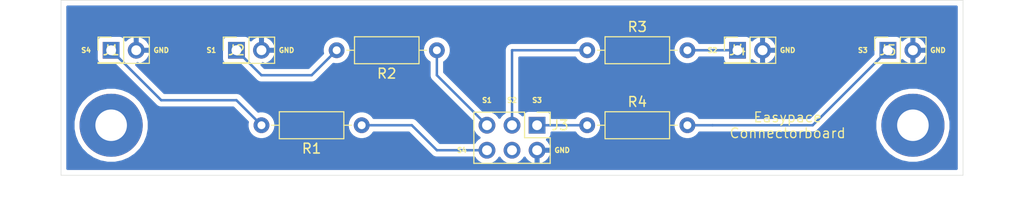
<source format=kicad_pcb>
(kicad_pcb (version 20171130) (host pcbnew "(5.1.7)-1")

  (general
    (thickness 1.6)
    (drawings 18)
    (tracks 18)
    (zones 0)
    (modules 11)
    (nets 11)
  )

  (page A4)
  (layers
    (0 F.Cu signal)
    (31 B.Cu signal)
    (32 B.Adhes user)
    (33 F.Adhes user)
    (34 B.Paste user)
    (35 F.Paste user)
    (36 B.SilkS user)
    (37 F.SilkS user)
    (38 B.Mask user)
    (39 F.Mask user)
    (40 Dwgs.User user)
    (41 Cmts.User user)
    (42 Eco1.User user)
    (43 Eco2.User user)
    (44 Edge.Cuts user)
    (45 Margin user)
    (46 B.CrtYd user)
    (47 F.CrtYd user)
    (48 B.Fab user)
    (49 F.Fab user)
  )

  (setup
    (last_trace_width 0.25)
    (trace_clearance 0.2)
    (zone_clearance 0.508)
    (zone_45_only no)
    (trace_min 0.2)
    (via_size 0.8)
    (via_drill 0.4)
    (via_min_size 0.4)
    (via_min_drill 0.3)
    (uvia_size 0.3)
    (uvia_drill 0.1)
    (uvias_allowed no)
    (uvia_min_size 0.2)
    (uvia_min_drill 0.1)
    (edge_width 0.05)
    (segment_width 0.2)
    (pcb_text_width 0.3)
    (pcb_text_size 1.5 1.5)
    (mod_edge_width 0.12)
    (mod_text_size 1 1)
    (mod_text_width 0.15)
    (pad_size 1.524 1.524)
    (pad_drill 0.762)
    (pad_to_mask_clearance 0)
    (aux_axis_origin 0 0)
    (visible_elements 7FFFFFFF)
    (pcbplotparams
      (layerselection 0x010fc_ffffffff)
      (usegerberextensions false)
      (usegerberattributes true)
      (usegerberadvancedattributes true)
      (creategerberjobfile true)
      (excludeedgelayer true)
      (linewidth 0.100000)
      (plotframeref false)
      (viasonmask false)
      (mode 1)
      (useauxorigin false)
      (hpglpennumber 1)
      (hpglpenspeed 20)
      (hpglpendiameter 15.000000)
      (psnegative false)
      (psa4output false)
      (plotreference true)
      (plotvalue true)
      (plotinvisibletext false)
      (padsonsilk false)
      (subtractmaskfromsilk false)
      (outputformat 1)
      (mirror false)
      (drillshape 1)
      (scaleselection 1)
      (outputdirectory ""))
  )

  (net 0 "")
  (net 1 "Net-(J1-Pad1)")
  (net 2 GND)
  (net 3 "Net-(J2-Pad1)")
  (net 4 "Net-(J3-Pad1)")
  (net 5 "Net-(J3-Pad3)")
  (net 6 "Net-(J3-Pad4)")
  (net 7 "Net-(J3-Pad5)")
  (net 8 "Net-(J3-Pad6)")
  (net 9 "Net-(J4-Pad1)")
  (net 10 "Net-(J5-Pad1)")

  (net_class Default "This is the default net class."
    (clearance 0.2)
    (trace_width 0.25)
    (via_dia 0.8)
    (via_drill 0.4)
    (uvia_dia 0.3)
    (uvia_drill 0.1)
    (add_net GND)
    (add_net "Net-(J1-Pad1)")
    (add_net "Net-(J2-Pad1)")
    (add_net "Net-(J3-Pad1)")
    (add_net "Net-(J3-Pad3)")
    (add_net "Net-(J3-Pad4)")
    (add_net "Net-(J3-Pad5)")
    (add_net "Net-(J3-Pad6)")
    (add_net "Net-(J4-Pad1)")
    (add_net "Net-(J5-Pad1)")
  )

  (module Connector_PinHeader_2.54mm:PinHeader_2x01_P2.54mm_Vertical (layer F.Cu) (tedit 59FED5CC) (tstamp 609727FB)
    (at 157.48 2.54)
    (descr "Through hole straight pin header, 2x01, 2.54mm pitch, double rows")
    (tags "Through hole pin header THT 2x01 2.54mm double row")
    (path /60976929)
    (fp_text reference J4 (at 0 0) (layer F.SilkS)
      (effects (font (size 1 1) (thickness 0.15)))
    )
    (fp_text value Conn_01x02 (at 1.27 2.33) (layer F.Fab)
      (effects (font (size 1 1) (thickness 0.15)))
    )
    (fp_line (start 0 -1.27) (end 3.81 -1.27) (layer F.Fab) (width 0.1))
    (fp_line (start 3.81 -1.27) (end 3.81 1.27) (layer F.Fab) (width 0.1))
    (fp_line (start 3.81 1.27) (end -1.27 1.27) (layer F.Fab) (width 0.1))
    (fp_line (start -1.27 1.27) (end -1.27 0) (layer F.Fab) (width 0.1))
    (fp_line (start -1.27 0) (end 0 -1.27) (layer F.Fab) (width 0.1))
    (fp_line (start -1.33 1.33) (end 3.87 1.33) (layer F.SilkS) (width 0.12))
    (fp_line (start -1.33 1.27) (end -1.33 1.33) (layer F.SilkS) (width 0.12))
    (fp_line (start 3.87 -1.33) (end 3.87 1.33) (layer F.SilkS) (width 0.12))
    (fp_line (start -1.33 1.27) (end 1.27 1.27) (layer F.SilkS) (width 0.12))
    (fp_line (start 1.27 1.27) (end 1.27 -1.33) (layer F.SilkS) (width 0.12))
    (fp_line (start 1.27 -1.33) (end 3.87 -1.33) (layer F.SilkS) (width 0.12))
    (fp_line (start -1.33 0) (end -1.33 -1.33) (layer F.SilkS) (width 0.12))
    (fp_line (start -1.33 -1.33) (end 0 -1.33) (layer F.SilkS) (width 0.12))
    (fp_line (start -1.8 -1.8) (end -1.8 1.8) (layer F.CrtYd) (width 0.05))
    (fp_line (start -1.8 1.8) (end 4.35 1.8) (layer F.CrtYd) (width 0.05))
    (fp_line (start 4.35 1.8) (end 4.35 -1.8) (layer F.CrtYd) (width 0.05))
    (fp_line (start 4.35 -1.8) (end -1.8 -1.8) (layer F.CrtYd) (width 0.05))
    (fp_text user %R (at 1.27 0 90) (layer F.Fab)
      (effects (font (size 1 1) (thickness 0.15)))
    )
    (pad 1 thru_hole rect (at 0 0) (size 1.7 1.7) (drill 1) (layers *.Cu *.Mask)
      (net 9 "Net-(J4-Pad1)"))
    (pad 2 thru_hole oval (at 2.54 0) (size 1.7 1.7) (drill 1) (layers *.Cu *.Mask)
      (net 2 GND))
    (model ${KISYS3DMOD}/Connector_PinHeader_2.54mm.3dshapes/PinHeader_2x01_P2.54mm_Vertical.wrl
      (at (xyz 0 0 0))
      (scale (xyz 1 1 1))
      (rotate (xyz 0 0 0))
    )
  )

  (module MountingHole:MountingHole_3.2mm_M3_Pad (layer F.Cu) (tedit 56D1B4CB) (tstamp 6139369F)
    (at 175.26 10.16)
    (descr "Mounting Hole 3.2mm, M3")
    (tags "mounting hole 3.2mm m3")
    (attr virtual)
    (fp_text reference "" (at 0 -4.2) (layer F.SilkS)
      (effects (font (size 1 1) (thickness 0.15)))
    )
    (fp_text value MountingHole_3.2mm_M3_Pad (at 0 4.2) (layer F.Fab)
      (effects (font (size 1 1) (thickness 0.15)))
    )
    (fp_circle (center 0 0) (end 3.2 0) (layer Cmts.User) (width 0.15))
    (fp_circle (center 0 0) (end 3.45 0) (layer F.CrtYd) (width 0.05))
    (fp_text user %R (at 0.3 0) (layer F.Fab)
      (effects (font (size 1 1) (thickness 0.15)))
    )
    (pad 1 thru_hole circle (at 0 0) (size 6.4 6.4) (drill 3.2) (layers *.Cu *.Mask))
  )

  (module MountingHole:MountingHole_3.2mm_M3_Pad (layer F.Cu) (tedit 56D1B4CB) (tstamp 61393583)
    (at 93.98 10.16)
    (descr "Mounting Hole 3.2mm, M3")
    (tags "mounting hole 3.2mm m3")
    (attr virtual)
    (fp_text reference "" (at 0 -2.54) (layer F.SilkS)
      (effects (font (size 1 1) (thickness 0.15)))
    )
    (fp_text value MountingHole_3.2mm_M3_Pad (at 0 4.2) (layer F.Fab)
      (effects (font (size 1 1) (thickness 0.15)))
    )
    (fp_circle (center 0 0) (end 3.2 0) (layer Cmts.User) (width 0.15))
    (fp_circle (center 0 0) (end 3.45 0) (layer F.CrtYd) (width 0.05))
    (fp_text user %R (at 0.3 0) (layer F.Fab)
      (effects (font (size 1 1) (thickness 0.15)))
    )
    (pad 1 thru_hole circle (at 0 0) (size 6.4 6.4) (drill 3.2) (layers *.Cu *.Mask))
  )

  (module Connector_PinHeader_2.54mm:PinHeader_2x01_P2.54mm_Vertical (layer F.Cu) (tedit 59FED5CC) (tstamp 609729E6)
    (at 93.98 2.54)
    (descr "Through hole straight pin header, 2x01, 2.54mm pitch, double rows")
    (tags "Through hole pin header THT 2x01 2.54mm double row")
    (path /6096B39B)
    (fp_text reference J1 (at 0 0) (layer F.SilkS)
      (effects (font (size 1 1) (thickness 0.15)))
    )
    (fp_text value Conn_01x02 (at 1.27 2.33) (layer F.Fab)
      (effects (font (size 1 1) (thickness 0.15)))
    )
    (fp_line (start 0 -1.27) (end 3.81 -1.27) (layer F.Fab) (width 0.1))
    (fp_line (start 3.81 -1.27) (end 3.81 1.27) (layer F.Fab) (width 0.1))
    (fp_line (start 3.81 1.27) (end -1.27 1.27) (layer F.Fab) (width 0.1))
    (fp_line (start -1.27 1.27) (end -1.27 0) (layer F.Fab) (width 0.1))
    (fp_line (start -1.27 0) (end 0 -1.27) (layer F.Fab) (width 0.1))
    (fp_line (start -1.33 1.33) (end 3.87 1.33) (layer F.SilkS) (width 0.12))
    (fp_line (start -1.33 1.27) (end -1.33 1.33) (layer F.SilkS) (width 0.12))
    (fp_line (start 3.87 -1.33) (end 3.87 1.33) (layer F.SilkS) (width 0.12))
    (fp_line (start -1.33 1.27) (end 1.27 1.27) (layer F.SilkS) (width 0.12))
    (fp_line (start 1.27 1.27) (end 1.27 -1.33) (layer F.SilkS) (width 0.12))
    (fp_line (start 1.27 -1.33) (end 3.87 -1.33) (layer F.SilkS) (width 0.12))
    (fp_line (start -1.33 0) (end -1.33 -1.33) (layer F.SilkS) (width 0.12))
    (fp_line (start -1.33 -1.33) (end 0 -1.33) (layer F.SilkS) (width 0.12))
    (fp_line (start -1.8 -1.8) (end -1.8 1.8) (layer F.CrtYd) (width 0.05))
    (fp_line (start -1.8 1.8) (end 4.35 1.8) (layer F.CrtYd) (width 0.05))
    (fp_line (start 4.35 1.8) (end 4.35 -1.8) (layer F.CrtYd) (width 0.05))
    (fp_line (start 4.35 -1.8) (end -1.8 -1.8) (layer F.CrtYd) (width 0.05))
    (fp_text user %R (at 1.27 0 90) (layer F.Fab)
      (effects (font (size 1 1) (thickness 0.15)))
    )
    (pad 1 thru_hole rect (at 0 0) (size 1.7 1.7) (drill 1) (layers *.Cu *.Mask)
      (net 1 "Net-(J1-Pad1)"))
    (pad 2 thru_hole oval (at 2.54 0) (size 1.7 1.7) (drill 1) (layers *.Cu *.Mask)
      (net 2 GND))
    (model ${KISYS3DMOD}/Connector_PinHeader_2.54mm.3dshapes/PinHeader_2x01_P2.54mm_Vertical.wrl
      (at (xyz 0 0 0))
      (scale (xyz 1 1 1))
      (rotate (xyz 0 0 0))
    )
  )

  (module Connector_PinHeader_2.54mm:PinHeader_2x01_P2.54mm_Vertical (layer F.Cu) (tedit 59FED5CC) (tstamp 6139403F)
    (at 106.68 2.54)
    (descr "Through hole straight pin header, 2x01, 2.54mm pitch, double rows")
    (tags "Through hole pin header THT 2x01 2.54mm double row")
    (path /60974257)
    (fp_text reference J2 (at 0 0) (layer F.SilkS)
      (effects (font (size 1 1) (thickness 0.15)))
    )
    (fp_text value Conn_01x02 (at 1.27 2.33) (layer F.Fab)
      (effects (font (size 1 1) (thickness 0.15)))
    )
    (fp_line (start 4.35 -1.8) (end -1.8 -1.8) (layer F.CrtYd) (width 0.05))
    (fp_line (start 4.35 1.8) (end 4.35 -1.8) (layer F.CrtYd) (width 0.05))
    (fp_line (start -1.8 1.8) (end 4.35 1.8) (layer F.CrtYd) (width 0.05))
    (fp_line (start -1.8 -1.8) (end -1.8 1.8) (layer F.CrtYd) (width 0.05))
    (fp_line (start -1.33 -1.33) (end 0 -1.33) (layer F.SilkS) (width 0.12))
    (fp_line (start -1.33 0) (end -1.33 -1.33) (layer F.SilkS) (width 0.12))
    (fp_line (start 1.27 -1.33) (end 3.87 -1.33) (layer F.SilkS) (width 0.12))
    (fp_line (start 1.27 1.27) (end 1.27 -1.33) (layer F.SilkS) (width 0.12))
    (fp_line (start -1.33 1.27) (end 1.27 1.27) (layer F.SilkS) (width 0.12))
    (fp_line (start 3.87 -1.33) (end 3.87 1.33) (layer F.SilkS) (width 0.12))
    (fp_line (start -1.33 1.27) (end -1.33 1.33) (layer F.SilkS) (width 0.12))
    (fp_line (start -1.33 1.33) (end 3.87 1.33) (layer F.SilkS) (width 0.12))
    (fp_line (start -1.27 0) (end 0 -1.27) (layer F.Fab) (width 0.1))
    (fp_line (start -1.27 1.27) (end -1.27 0) (layer F.Fab) (width 0.1))
    (fp_line (start 3.81 1.27) (end -1.27 1.27) (layer F.Fab) (width 0.1))
    (fp_line (start 3.81 -1.27) (end 3.81 1.27) (layer F.Fab) (width 0.1))
    (fp_line (start 0 -1.27) (end 3.81 -1.27) (layer F.Fab) (width 0.1))
    (fp_text user %R (at 1.27 0 90) (layer F.Fab)
      (effects (font (size 1 1) (thickness 0.15)))
    )
    (pad 2 thru_hole oval (at 2.54 0) (size 1.7 1.7) (drill 1) (layers *.Cu *.Mask)
      (net 2 GND))
    (pad 1 thru_hole rect (at 0 0) (size 1.7 1.7) (drill 1) (layers *.Cu *.Mask)
      (net 3 "Net-(J2-Pad1)"))
    (model ${KISYS3DMOD}/Connector_PinHeader_2.54mm.3dshapes/PinHeader_2x01_P2.54mm_Vertical.wrl
      (at (xyz 0 0 0))
      (scale (xyz 1 1 1))
      (rotate (xyz 0 0 0))
    )
  )

  (module Connector_PinHeader_2.54mm:PinHeader_2x03_P2.54mm_Vertical (layer F.Cu) (tedit 59FED5CC) (tstamp 6097260F)
    (at 137.16 10.16 270)
    (descr "Through hole straight pin header, 2x03, 2.54mm pitch, double rows")
    (tags "Through hole pin header THT 2x03 2.54mm double row")
    (path /60979029)
    (fp_text reference J3 (at 0 -2.33 180) (layer F.SilkS)
      (effects (font (size 1 1) (thickness 0.15)))
    )
    (fp_text value Conn_02x03_Odd_Even (at 1.27 7.41 90) (layer F.Fab)
      (effects (font (size 1 1) (thickness 0.15)))
    )
    (fp_line (start 0 -1.27) (end 3.81 -1.27) (layer F.Fab) (width 0.1))
    (fp_line (start 3.81 -1.27) (end 3.81 6.35) (layer F.Fab) (width 0.1))
    (fp_line (start 3.81 6.35) (end -1.27 6.35) (layer F.Fab) (width 0.1))
    (fp_line (start -1.27 6.35) (end -1.27 0) (layer F.Fab) (width 0.1))
    (fp_line (start -1.27 0) (end 0 -1.27) (layer F.Fab) (width 0.1))
    (fp_line (start -1.33 6.41) (end 3.87 6.41) (layer F.SilkS) (width 0.12))
    (fp_line (start -1.33 1.27) (end -1.33 6.41) (layer F.SilkS) (width 0.12))
    (fp_line (start 3.87 -1.33) (end 3.87 6.41) (layer F.SilkS) (width 0.12))
    (fp_line (start -1.33 1.27) (end 1.27 1.27) (layer F.SilkS) (width 0.12))
    (fp_line (start 1.27 1.27) (end 1.27 -1.33) (layer F.SilkS) (width 0.12))
    (fp_line (start 1.27 -1.33) (end 3.87 -1.33) (layer F.SilkS) (width 0.12))
    (fp_line (start -1.33 0) (end -1.33 -1.33) (layer F.SilkS) (width 0.12))
    (fp_line (start -1.33 -1.33) (end 0 -1.33) (layer F.SilkS) (width 0.12))
    (fp_line (start -1.8 -1.8) (end -1.8 6.85) (layer F.CrtYd) (width 0.05))
    (fp_line (start -1.8 6.85) (end 4.35 6.85) (layer F.CrtYd) (width 0.05))
    (fp_line (start 4.35 6.85) (end 4.35 -1.8) (layer F.CrtYd) (width 0.05))
    (fp_line (start 4.35 -1.8) (end -1.8 -1.8) (layer F.CrtYd) (width 0.05))
    (fp_text user %R (at 1.27 2.54) (layer F.Fab)
      (effects (font (size 1 1) (thickness 0.15)))
    )
    (pad 1 thru_hole rect (at 0 0 270) (size 1.7 1.7) (drill 1) (layers *.Cu *.Mask)
      (net 4 "Net-(J3-Pad1)"))
    (pad 2 thru_hole oval (at 2.54 0 270) (size 1.7 1.7) (drill 1) (layers *.Cu *.Mask)
      (net 2 GND))
    (pad 3 thru_hole oval (at 0 2.54 270) (size 1.7 1.7) (drill 1) (layers *.Cu *.Mask)
      (net 5 "Net-(J3-Pad3)"))
    (pad 4 thru_hole oval (at 2.54 2.54 270) (size 1.7 1.7) (drill 1) (layers *.Cu *.Mask)
      (net 6 "Net-(J3-Pad4)"))
    (pad 5 thru_hole oval (at 0 5.08 270) (size 1.7 1.7) (drill 1) (layers *.Cu *.Mask)
      (net 7 "Net-(J3-Pad5)"))
    (pad 6 thru_hole oval (at 2.54 5.08 270) (size 1.7 1.7) (drill 1) (layers *.Cu *.Mask)
      (net 8 "Net-(J3-Pad6)"))
    (model ${KISYS3DMOD}/Connector_PinHeader_2.54mm.3dshapes/PinHeader_2x03_P2.54mm_Vertical.wrl
      (at (xyz 0 0 0))
      (scale (xyz 1 1 1))
      (rotate (xyz 0 0 0))
    )
  )

  (module Connector_PinHeader_2.54mm:PinHeader_2x01_P2.54mm_Vertical (layer F.Cu) (tedit 59FED5CC) (tstamp 61393AB1)
    (at 172.72 2.54)
    (descr "Through hole straight pin header, 2x01, 2.54mm pitch, double rows")
    (tags "Through hole pin header THT 2x01 2.54mm double row")
    (path /609773F6)
    (fp_text reference J5 (at 0 0) (layer F.SilkS)
      (effects (font (size 1 1) (thickness 0.15)))
    )
    (fp_text value Conn_01x02 (at 1.27 2.33) (layer F.Fab)
      (effects (font (size 1 1) (thickness 0.15)))
    )
    (fp_line (start 4.35 -1.8) (end -1.8 -1.8) (layer F.CrtYd) (width 0.05))
    (fp_line (start 4.35 1.8) (end 4.35 -1.8) (layer F.CrtYd) (width 0.05))
    (fp_line (start -1.8 1.8) (end 4.35 1.8) (layer F.CrtYd) (width 0.05))
    (fp_line (start -1.8 -1.8) (end -1.8 1.8) (layer F.CrtYd) (width 0.05))
    (fp_line (start -1.33 -1.33) (end 0 -1.33) (layer F.SilkS) (width 0.12))
    (fp_line (start -1.33 0) (end -1.33 -1.33) (layer F.SilkS) (width 0.12))
    (fp_line (start 1.27 -1.33) (end 3.87 -1.33) (layer F.SilkS) (width 0.12))
    (fp_line (start 1.27 1.27) (end 1.27 -1.33) (layer F.SilkS) (width 0.12))
    (fp_line (start -1.33 1.27) (end 1.27 1.27) (layer F.SilkS) (width 0.12))
    (fp_line (start 3.87 -1.33) (end 3.87 1.33) (layer F.SilkS) (width 0.12))
    (fp_line (start -1.33 1.27) (end -1.33 1.33) (layer F.SilkS) (width 0.12))
    (fp_line (start -1.33 1.33) (end 3.87 1.33) (layer F.SilkS) (width 0.12))
    (fp_line (start -1.27 0) (end 0 -1.27) (layer F.Fab) (width 0.1))
    (fp_line (start -1.27 1.27) (end -1.27 0) (layer F.Fab) (width 0.1))
    (fp_line (start 3.81 1.27) (end -1.27 1.27) (layer F.Fab) (width 0.1))
    (fp_line (start 3.81 -1.27) (end 3.81 1.27) (layer F.Fab) (width 0.1))
    (fp_line (start 0 -1.27) (end 3.81 -1.27) (layer F.Fab) (width 0.1))
    (fp_text user %R (at 1.27 0 90) (layer F.Fab)
      (effects (font (size 1 1) (thickness 0.15)))
    )
    (pad 2 thru_hole oval (at 2.54 0) (size 1.7 1.7) (drill 1) (layers *.Cu *.Mask)
      (net 2 GND))
    (pad 1 thru_hole rect (at 0 0) (size 1.7 1.7) (drill 1) (layers *.Cu *.Mask)
      (net 10 "Net-(J5-Pad1)"))
    (model ${KISYS3DMOD}/Connector_PinHeader_2.54mm.3dshapes/PinHeader_2x01_P2.54mm_Vertical.wrl
      (at (xyz 0 0 0))
      (scale (xyz 1 1 1))
      (rotate (xyz 0 0 0))
    )
  )

  (module Resistor_THT:R_Axial_DIN0207_L6.3mm_D2.5mm_P10.16mm_Horizontal (layer F.Cu) (tedit 5AE5139B) (tstamp 60972A64)
    (at 119.38 10.16 180)
    (descr "Resistor, Axial_DIN0207 series, Axial, Horizontal, pin pitch=10.16mm, 0.25W = 1/4W, length*diameter=6.3*2.5mm^2, http://cdn-reichelt.de/documents/datenblatt/B400/1_4W%23YAG.pdf")
    (tags "Resistor Axial_DIN0207 series Axial Horizontal pin pitch 10.16mm 0.25W = 1/4W length 6.3mm diameter 2.5mm")
    (path /6096FC93)
    (fp_text reference R1 (at 5.08 -2.37) (layer F.SilkS)
      (effects (font (size 1 1) (thickness 0.15)))
    )
    (fp_text value 100 (at 5.08 2.37) (layer F.Fab)
      (effects (font (size 1 1) (thickness 0.15)))
    )
    (fp_line (start 1.93 -1.25) (end 1.93 1.25) (layer F.Fab) (width 0.1))
    (fp_line (start 1.93 1.25) (end 8.23 1.25) (layer F.Fab) (width 0.1))
    (fp_line (start 8.23 1.25) (end 8.23 -1.25) (layer F.Fab) (width 0.1))
    (fp_line (start 8.23 -1.25) (end 1.93 -1.25) (layer F.Fab) (width 0.1))
    (fp_line (start 0 0) (end 1.93 0) (layer F.Fab) (width 0.1))
    (fp_line (start 10.16 0) (end 8.23 0) (layer F.Fab) (width 0.1))
    (fp_line (start 1.81 -1.37) (end 1.81 1.37) (layer F.SilkS) (width 0.12))
    (fp_line (start 1.81 1.37) (end 8.35 1.37) (layer F.SilkS) (width 0.12))
    (fp_line (start 8.35 1.37) (end 8.35 -1.37) (layer F.SilkS) (width 0.12))
    (fp_line (start 8.35 -1.37) (end 1.81 -1.37) (layer F.SilkS) (width 0.12))
    (fp_line (start 1.04 0) (end 1.81 0) (layer F.SilkS) (width 0.12))
    (fp_line (start 9.12 0) (end 8.35 0) (layer F.SilkS) (width 0.12))
    (fp_line (start -1.05 -1.5) (end -1.05 1.5) (layer F.CrtYd) (width 0.05))
    (fp_line (start -1.05 1.5) (end 11.21 1.5) (layer F.CrtYd) (width 0.05))
    (fp_line (start 11.21 1.5) (end 11.21 -1.5) (layer F.CrtYd) (width 0.05))
    (fp_line (start 11.21 -1.5) (end -1.05 -1.5) (layer F.CrtYd) (width 0.05))
    (fp_text user %R (at 5.08 0) (layer F.Fab)
      (effects (font (size 1 1) (thickness 0.15)))
    )
    (pad 1 thru_hole circle (at 0 0 180) (size 1.6 1.6) (drill 0.8) (layers *.Cu *.Mask)
      (net 8 "Net-(J3-Pad6)"))
    (pad 2 thru_hole oval (at 10.16 0 180) (size 1.6 1.6) (drill 0.8) (layers *.Cu *.Mask)
      (net 1 "Net-(J1-Pad1)"))
    (model ${KISYS3DMOD}/Resistor_THT.3dshapes/R_Axial_DIN0207_L6.3mm_D2.5mm_P10.16mm_Horizontal.wrl
      (at (xyz 0 0 0))
      (scale (xyz 1 1 1))
      (rotate (xyz 0 0 0))
    )
  )

  (module Resistor_THT:R_Axial_DIN0207_L6.3mm_D2.5mm_P10.16mm_Horizontal (layer F.Cu) (tedit 5AE5139B) (tstamp 61393B72)
    (at 127 2.54 180)
    (descr "Resistor, Axial_DIN0207 series, Axial, Horizontal, pin pitch=10.16mm, 0.25W = 1/4W, length*diameter=6.3*2.5mm^2, http://cdn-reichelt.de/documents/datenblatt/B400/1_4W%23YAG.pdf")
    (tags "Resistor Axial_DIN0207 series Axial Horizontal pin pitch 10.16mm 0.25W = 1/4W length 6.3mm diameter 2.5mm")
    (path /60974264)
    (fp_text reference R2 (at 5.08 -2.37) (layer F.SilkS)
      (effects (font (size 1 1) (thickness 0.15)))
    )
    (fp_text value 100 (at 5.08 2.37) (layer F.Fab)
      (effects (font (size 1 1) (thickness 0.15)))
    )
    (fp_line (start 11.21 -1.5) (end -1.05 -1.5) (layer F.CrtYd) (width 0.05))
    (fp_line (start 11.21 1.5) (end 11.21 -1.5) (layer F.CrtYd) (width 0.05))
    (fp_line (start -1.05 1.5) (end 11.21 1.5) (layer F.CrtYd) (width 0.05))
    (fp_line (start -1.05 -1.5) (end -1.05 1.5) (layer F.CrtYd) (width 0.05))
    (fp_line (start 9.12 0) (end 8.35 0) (layer F.SilkS) (width 0.12))
    (fp_line (start 1.04 0) (end 1.81 0) (layer F.SilkS) (width 0.12))
    (fp_line (start 8.35 -1.37) (end 1.81 -1.37) (layer F.SilkS) (width 0.12))
    (fp_line (start 8.35 1.37) (end 8.35 -1.37) (layer F.SilkS) (width 0.12))
    (fp_line (start 1.81 1.37) (end 8.35 1.37) (layer F.SilkS) (width 0.12))
    (fp_line (start 1.81 -1.37) (end 1.81 1.37) (layer F.SilkS) (width 0.12))
    (fp_line (start 10.16 0) (end 8.23 0) (layer F.Fab) (width 0.1))
    (fp_line (start 0 0) (end 1.93 0) (layer F.Fab) (width 0.1))
    (fp_line (start 8.23 -1.25) (end 1.93 -1.25) (layer F.Fab) (width 0.1))
    (fp_line (start 8.23 1.25) (end 8.23 -1.25) (layer F.Fab) (width 0.1))
    (fp_line (start 1.93 1.25) (end 8.23 1.25) (layer F.Fab) (width 0.1))
    (fp_line (start 1.93 -1.25) (end 1.93 1.25) (layer F.Fab) (width 0.1))
    (fp_text user %R (at 5.08 0) (layer F.Fab)
      (effects (font (size 1 1) (thickness 0.15)))
    )
    (pad 2 thru_hole oval (at 10.16 0 180) (size 1.6 1.6) (drill 0.8) (layers *.Cu *.Mask)
      (net 3 "Net-(J2-Pad1)"))
    (pad 1 thru_hole circle (at 0 0 180) (size 1.6 1.6) (drill 0.8) (layers *.Cu *.Mask)
      (net 7 "Net-(J3-Pad5)"))
    (model ${KISYS3DMOD}/Resistor_THT.3dshapes/R_Axial_DIN0207_L6.3mm_D2.5mm_P10.16mm_Horizontal.wrl
      (at (xyz 0 0 0))
      (scale (xyz 1 1 1))
      (rotate (xyz 0 0 0))
    )
  )

  (module Resistor_THT:R_Axial_DIN0207_L6.3mm_D2.5mm_P10.16mm_Horizontal (layer F.Cu) (tedit 5AE5139B) (tstamp 6097268E)
    (at 142.24 2.54)
    (descr "Resistor, Axial_DIN0207 series, Axial, Horizontal, pin pitch=10.16mm, 0.25W = 1/4W, length*diameter=6.3*2.5mm^2, http://cdn-reichelt.de/documents/datenblatt/B400/1_4W%23YAG.pdf")
    (tags "Resistor Axial_DIN0207 series Axial Horizontal pin pitch 10.16mm 0.25W = 1/4W length 6.3mm diameter 2.5mm")
    (path /60976936)
    (fp_text reference R3 (at 5.08 -2.37) (layer F.SilkS)
      (effects (font (size 1 1) (thickness 0.15)))
    )
    (fp_text value 100 (at 5.08 2.37) (layer F.Fab)
      (effects (font (size 1 1) (thickness 0.15)))
    )
    (fp_line (start 1.93 -1.25) (end 1.93 1.25) (layer F.Fab) (width 0.1))
    (fp_line (start 1.93 1.25) (end 8.23 1.25) (layer F.Fab) (width 0.1))
    (fp_line (start 8.23 1.25) (end 8.23 -1.25) (layer F.Fab) (width 0.1))
    (fp_line (start 8.23 -1.25) (end 1.93 -1.25) (layer F.Fab) (width 0.1))
    (fp_line (start 0 0) (end 1.93 0) (layer F.Fab) (width 0.1))
    (fp_line (start 10.16 0) (end 8.23 0) (layer F.Fab) (width 0.1))
    (fp_line (start 1.81 -1.37) (end 1.81 1.37) (layer F.SilkS) (width 0.12))
    (fp_line (start 1.81 1.37) (end 8.35 1.37) (layer F.SilkS) (width 0.12))
    (fp_line (start 8.35 1.37) (end 8.35 -1.37) (layer F.SilkS) (width 0.12))
    (fp_line (start 8.35 -1.37) (end 1.81 -1.37) (layer F.SilkS) (width 0.12))
    (fp_line (start 1.04 0) (end 1.81 0) (layer F.SilkS) (width 0.12))
    (fp_line (start 9.12 0) (end 8.35 0) (layer F.SilkS) (width 0.12))
    (fp_line (start -1.05 -1.5) (end -1.05 1.5) (layer F.CrtYd) (width 0.05))
    (fp_line (start -1.05 1.5) (end 11.21 1.5) (layer F.CrtYd) (width 0.05))
    (fp_line (start 11.21 1.5) (end 11.21 -1.5) (layer F.CrtYd) (width 0.05))
    (fp_line (start 11.21 -1.5) (end -1.05 -1.5) (layer F.CrtYd) (width 0.05))
    (fp_text user %R (at 5.08 0) (layer F.Fab)
      (effects (font (size 1 1) (thickness 0.15)))
    )
    (pad 1 thru_hole circle (at 0 0) (size 1.6 1.6) (drill 0.8) (layers *.Cu *.Mask)
      (net 5 "Net-(J3-Pad3)"))
    (pad 2 thru_hole oval (at 10.16 0) (size 1.6 1.6) (drill 0.8) (layers *.Cu *.Mask)
      (net 9 "Net-(J4-Pad1)"))
    (model ${KISYS3DMOD}/Resistor_THT.3dshapes/R_Axial_DIN0207_L6.3mm_D2.5mm_P10.16mm_Horizontal.wrl
      (at (xyz 0 0 0))
      (scale (xyz 1 1 1))
      (rotate (xyz 0 0 0))
    )
  )

  (module Resistor_THT:R_Axial_DIN0207_L6.3mm_D2.5mm_P10.16mm_Horizontal (layer F.Cu) (tedit 5AE5139B) (tstamp 609726FE)
    (at 142.24 10.16)
    (descr "Resistor, Axial_DIN0207 series, Axial, Horizontal, pin pitch=10.16mm, 0.25W = 1/4W, length*diameter=6.3*2.5mm^2, http://cdn-reichelt.de/documents/datenblatt/B400/1_4W%23YAG.pdf")
    (tags "Resistor Axial_DIN0207 series Axial Horizontal pin pitch 10.16mm 0.25W = 1/4W length 6.3mm diameter 2.5mm")
    (path /60977403)
    (fp_text reference R4 (at 5.08 -2.37) (layer F.SilkS)
      (effects (font (size 1 1) (thickness 0.15)))
    )
    (fp_text value 100 (at 5.08 2.37) (layer F.Fab)
      (effects (font (size 1 1) (thickness 0.15)))
    )
    (fp_line (start 11.21 -1.5) (end -1.05 -1.5) (layer F.CrtYd) (width 0.05))
    (fp_line (start 11.21 1.5) (end 11.21 -1.5) (layer F.CrtYd) (width 0.05))
    (fp_line (start -1.05 1.5) (end 11.21 1.5) (layer F.CrtYd) (width 0.05))
    (fp_line (start -1.05 -1.5) (end -1.05 1.5) (layer F.CrtYd) (width 0.05))
    (fp_line (start 9.12 0) (end 8.35 0) (layer F.SilkS) (width 0.12))
    (fp_line (start 1.04 0) (end 1.81 0) (layer F.SilkS) (width 0.12))
    (fp_line (start 8.35 -1.37) (end 1.81 -1.37) (layer F.SilkS) (width 0.12))
    (fp_line (start 8.35 1.37) (end 8.35 -1.37) (layer F.SilkS) (width 0.12))
    (fp_line (start 1.81 1.37) (end 8.35 1.37) (layer F.SilkS) (width 0.12))
    (fp_line (start 1.81 -1.37) (end 1.81 1.37) (layer F.SilkS) (width 0.12))
    (fp_line (start 10.16 0) (end 8.23 0) (layer F.Fab) (width 0.1))
    (fp_line (start 0 0) (end 1.93 0) (layer F.Fab) (width 0.1))
    (fp_line (start 8.23 -1.25) (end 1.93 -1.25) (layer F.Fab) (width 0.1))
    (fp_line (start 8.23 1.25) (end 8.23 -1.25) (layer F.Fab) (width 0.1))
    (fp_line (start 1.93 1.25) (end 8.23 1.25) (layer F.Fab) (width 0.1))
    (fp_line (start 1.93 -1.25) (end 1.93 1.25) (layer F.Fab) (width 0.1))
    (fp_text user %R (at 5.08 0) (layer F.Fab)
      (effects (font (size 1 1) (thickness 0.15)))
    )
    (pad 2 thru_hole oval (at 10.16 0) (size 1.6 1.6) (drill 0.8) (layers *.Cu *.Mask)
      (net 10 "Net-(J5-Pad1)"))
    (pad 1 thru_hole circle (at 0 0) (size 1.6 1.6) (drill 0.8) (layers *.Cu *.Mask)
      (net 4 "Net-(J3-Pad1)"))
    (model ${KISYS3DMOD}/Resistor_THT.3dshapes/R_Axial_DIN0207_L6.3mm_D2.5mm_P10.16mm_Horizontal.wrl
      (at (xyz 0 0 0))
      (scale (xyz 1 1 1))
      (rotate (xyz 0 0 0))
    )
  )

  (gr_text "GND\n" (at 177.8 2.54) (layer F.SilkS) (tstamp 613F2A63)
    (effects (font (size 0.5 0.5) (thickness 0.125)))
  )
  (gr_text "GND\n" (at 162.56 2.54) (layer F.SilkS) (tstamp 613F2A61)
    (effects (font (size 0.5 0.5) (thickness 0.125)))
  )
  (gr_text "GND\n" (at 111.76 2.54) (layer F.SilkS) (tstamp 613F2A5C)
    (effects (font (size 0.5 0.5) (thickness 0.125)))
  )
  (gr_text "GND\n" (at 99.06 2.54) (layer F.SilkS) (tstamp 613F2A59)
    (effects (font (size 0.5 0.5) (thickness 0.125)))
  )
  (gr_text S3 (at 170.18 2.54) (layer F.SilkS) (tstamp 61393BB2)
    (effects (font (size 0.5 0.5) (thickness 0.125)))
  )
  (gr_text S2 (at 154.94 2.54) (layer F.SilkS) (tstamp 61393BAD)
    (effects (font (size 0.5 0.5) (thickness 0.125)))
  )
  (gr_text "S1\n" (at 104.14 2.54) (layer F.SilkS) (tstamp 61393BA9)
    (effects (font (size 0.5 0.5) (thickness 0.125)))
  )
  (gr_text S4 (at 91.44 2.54) (layer F.SilkS) (tstamp 61393BA2)
    (effects (font (size 0.5 0.5) (thickness 0.125)))
  )
  (gr_text S4 (at 129.54 12.7) (layer F.SilkS) (tstamp 61393B42)
    (effects (font (size 0.5 0.5) (thickness 0.125)))
  )
  (gr_text S3 (at 137.16 7.62) (layer F.SilkS) (tstamp 61393AE5)
    (effects (font (size 0.5 0.5) (thickness 0.125)))
  )
  (gr_text S2 (at 134.62 7.62) (layer F.SilkS) (tstamp 61393AE3)
    (effects (font (size 0.5 0.5) (thickness 0.125)))
  )
  (gr_text "S1\n" (at 132.08 7.62) (layer F.SilkS) (tstamp 61393AE0)
    (effects (font (size 0.5 0.5) (thickness 0.125)))
  )
  (gr_text "Easypace\nConnectorboard" (at 162.56 10.16) (layer F.SilkS) (tstamp 6139385D)
    (effects (font (size 1 1) (thickness 0.125)))
  )
  (gr_text GND (at 139.7 12.7) (layer F.SilkS)
    (effects (font (size 0.5 0.5) (thickness 0.125)))
  )
  (gr_line (start 88.9 15.24) (end 88.9 -2.54) (layer Edge.Cuts) (width 0.05) (tstamp 613935C4))
  (gr_line (start 180.34 15.24) (end 88.9 15.24) (layer Edge.Cuts) (width 0.05))
  (gr_line (start 180.34 -2.54) (end 180.34 15.24) (layer Edge.Cuts) (width 0.05))
  (gr_line (start 88.9 -2.54) (end 180.34 -2.54) (layer Edge.Cuts) (width 0.05))

  (segment (start 93.98 2.54) (end 99.06 7.62) (width 0.25) (layer B.Cu) (net 1))
  (segment (start 106.68 7.62) (end 109.22 10.16) (width 0.25) (layer B.Cu) (net 1))
  (segment (start 99.06 7.62) (end 106.68 7.62) (width 0.25) (layer B.Cu) (net 1))
  (segment (start 106.68 2.54) (end 109.22 5.08) (width 0.25) (layer B.Cu) (net 3))
  (segment (start 109.22 5.08) (end 114.3 5.08) (width 0.25) (layer B.Cu) (net 3))
  (segment (start 114.3 5.08) (end 116.84 2.54) (width 0.25) (layer B.Cu) (net 3))
  (segment (start 137.16 10.16) (end 142.24 10.16) (width 0.25) (layer B.Cu) (net 4))
  (segment (start 134.62 10.16) (end 134.62 2.54) (width 0.25) (layer B.Cu) (net 5))
  (segment (start 134.62 2.54) (end 142.24 2.54) (width 0.25) (layer B.Cu) (net 5))
  (segment (start 127 2.54) (end 127 5.08) (width 0.25) (layer B.Cu) (net 7))
  (segment (start 127 5.08) (end 132.08 10.16) (width 0.25) (layer B.Cu) (net 7))
  (segment (start 127 12.7) (end 132.08 12.7) (width 0.25) (layer B.Cu) (net 8))
  (segment (start 124.46 10.16) (end 127 12.7) (width 0.25) (layer B.Cu) (net 8))
  (segment (start 119.38 10.16) (end 124.46 10.16) (width 0.25) (layer B.Cu) (net 8))
  (segment (start 152.4 2.54) (end 157.48 2.54) (width 0.25) (layer B.Cu) (net 9))
  (segment (start 165.1 10.16) (end 172.72 2.54) (width 0.25) (layer B.Cu) (net 10))
  (segment (start 154.94 10.16) (end 165.1 10.16) (width 0.25) (layer B.Cu) (net 10))
  (segment (start 152.4 10.16) (end 154.94 10.16) (width 0.25) (layer B.Cu) (net 10))

  (zone (net 2) (net_name GND) (layer B.Cu) (tstamp 61394194) (hatch edge 0.508)
    (connect_pads (clearance 0.508))
    (min_thickness 0.254)
    (fill yes (arc_segments 32) (thermal_gap 0.508) (thermal_bridge_width 0.508))
    (polygon
      (pts
        (xy 180.34 15.24) (xy 88.9 15.24) (xy 88.9 -2.54) (xy 180.34 -2.54)
      )
    )
    (filled_polygon
      (pts
        (xy 179.680001 14.58) (xy 89.56 14.58) (xy 89.56 9.782285) (xy 90.145 9.782285) (xy 90.145 10.537715)
        (xy 90.292377 11.278628) (xy 90.581467 11.976554) (xy 91.001161 12.60467) (xy 91.53533 13.138839) (xy 92.163446 13.558533)
        (xy 92.861372 13.847623) (xy 93.602285 13.995) (xy 94.357715 13.995) (xy 95.098628 13.847623) (xy 95.796554 13.558533)
        (xy 96.42467 13.138839) (xy 96.958839 12.60467) (xy 97.378533 11.976554) (xy 97.667623 11.278628) (xy 97.815 10.537715)
        (xy 97.815 9.782285) (xy 97.667623 9.041372) (xy 97.378533 8.343446) (xy 96.958839 7.71533) (xy 96.42467 7.181161)
        (xy 95.796554 6.761467) (xy 95.098628 6.472377) (xy 94.357715 6.325) (xy 93.602285 6.325) (xy 92.861372 6.472377)
        (xy 92.163446 6.761467) (xy 91.53533 7.181161) (xy 91.001161 7.71533) (xy 90.581467 8.343446) (xy 90.292377 9.041372)
        (xy 90.145 9.782285) (xy 89.56 9.782285) (xy 89.56 1.69) (xy 92.491928 1.69) (xy 92.491928 3.39)
        (xy 92.504188 3.514482) (xy 92.540498 3.63418) (xy 92.599463 3.744494) (xy 92.678815 3.841185) (xy 92.775506 3.920537)
        (xy 92.88582 3.979502) (xy 93.005518 4.015812) (xy 93.13 4.028072) (xy 94.393271 4.028072) (xy 98.4962 8.131002)
        (xy 98.519999 8.160001) (xy 98.548997 8.183799) (xy 98.635723 8.254974) (xy 98.767753 8.325546) (xy 98.911014 8.369003)
        (xy 99.022667 8.38) (xy 99.022677 8.38) (xy 99.06 8.383676) (xy 99.097323 8.38) (xy 106.365199 8.38)
        (xy 107.821312 9.836114) (xy 107.785 10.018665) (xy 107.785 10.301335) (xy 107.840147 10.578574) (xy 107.94832 10.839727)
        (xy 108.105363 11.074759) (xy 108.305241 11.274637) (xy 108.540273 11.43168) (xy 108.801426 11.539853) (xy 109.078665 11.595)
        (xy 109.361335 11.595) (xy 109.638574 11.539853) (xy 109.899727 11.43168) (xy 110.134759 11.274637) (xy 110.334637 11.074759)
        (xy 110.49168 10.839727) (xy 110.599853 10.578574) (xy 110.655 10.301335) (xy 110.655 10.018665) (xy 117.945 10.018665)
        (xy 117.945 10.301335) (xy 118.000147 10.578574) (xy 118.10832 10.839727) (xy 118.265363 11.074759) (xy 118.465241 11.274637)
        (xy 118.700273 11.43168) (xy 118.961426 11.539853) (xy 119.238665 11.595) (xy 119.521335 11.595) (xy 119.798574 11.539853)
        (xy 120.059727 11.43168) (xy 120.294759 11.274637) (xy 120.494637 11.074759) (xy 120.598043 10.92) (xy 124.145199 10.92)
        (xy 126.436205 13.211008) (xy 126.459999 13.240001) (xy 126.488992 13.263795) (xy 126.488996 13.263799) (xy 126.559685 13.321811)
        (xy 126.575724 13.334974) (xy 126.707753 13.405546) (xy 126.851014 13.449003) (xy 126.962667 13.46) (xy 126.962676 13.46)
        (xy 126.999999 13.463676) (xy 127.037322 13.46) (xy 130.801822 13.46) (xy 130.926525 13.646632) (xy 131.133368 13.853475)
        (xy 131.376589 14.01599) (xy 131.646842 14.127932) (xy 131.93374 14.185) (xy 132.22626 14.185) (xy 132.513158 14.127932)
        (xy 132.783411 14.01599) (xy 133.026632 13.853475) (xy 133.233475 13.646632) (xy 133.35 13.47224) (xy 133.466525 13.646632)
        (xy 133.673368 13.853475) (xy 133.916589 14.01599) (xy 134.186842 14.127932) (xy 134.47374 14.185) (xy 134.76626 14.185)
        (xy 135.053158 14.127932) (xy 135.323411 14.01599) (xy 135.566632 13.853475) (xy 135.773475 13.646632) (xy 135.895195 13.464466)
        (xy 135.964822 13.581355) (xy 136.159731 13.797588) (xy 136.39308 13.971641) (xy 136.655901 14.096825) (xy 136.80311 14.141476)
        (xy 137.033 14.020155) (xy 137.033 12.827) (xy 137.287 12.827) (xy 137.287 14.020155) (xy 137.51689 14.141476)
        (xy 137.664099 14.096825) (xy 137.92692 13.971641) (xy 138.160269 13.797588) (xy 138.355178 13.581355) (xy 138.504157 13.331252)
        (xy 138.601481 13.056891) (xy 138.480814 12.827) (xy 137.287 12.827) (xy 137.033 12.827) (xy 137.013 12.827)
        (xy 137.013 12.573) (xy 137.033 12.573) (xy 137.033 12.553) (xy 137.287 12.553) (xy 137.287 12.573)
        (xy 138.480814 12.573) (xy 138.601481 12.343109) (xy 138.504157 12.068748) (xy 138.355178 11.818645) (xy 138.178374 11.622498)
        (xy 138.25418 11.599502) (xy 138.364494 11.540537) (xy 138.461185 11.461185) (xy 138.540537 11.364494) (xy 138.599502 11.25418)
        (xy 138.635812 11.134482) (xy 138.648072 11.01) (xy 138.648072 10.92) (xy 141.021957 10.92) (xy 141.125363 11.074759)
        (xy 141.325241 11.274637) (xy 141.560273 11.43168) (xy 141.821426 11.539853) (xy 142.098665 11.595) (xy 142.381335 11.595)
        (xy 142.658574 11.539853) (xy 142.919727 11.43168) (xy 143.154759 11.274637) (xy 143.354637 11.074759) (xy 143.51168 10.839727)
        (xy 143.619853 10.578574) (xy 143.675 10.301335) (xy 143.675 10.018665) (xy 150.965 10.018665) (xy 150.965 10.301335)
        (xy 151.020147 10.578574) (xy 151.12832 10.839727) (xy 151.285363 11.074759) (xy 151.485241 11.274637) (xy 151.720273 11.43168)
        (xy 151.981426 11.539853) (xy 152.258665 11.595) (xy 152.541335 11.595) (xy 152.818574 11.539853) (xy 153.079727 11.43168)
        (xy 153.314759 11.274637) (xy 153.514637 11.074759) (xy 153.618043 10.92) (xy 165.062678 10.92) (xy 165.1 10.923676)
        (xy 165.137322 10.92) (xy 165.137333 10.92) (xy 165.248986 10.909003) (xy 165.392247 10.865546) (xy 165.524276 10.794974)
        (xy 165.640001 10.700001) (xy 165.663804 10.670997) (xy 166.552516 9.782285) (xy 171.425 9.782285) (xy 171.425 10.537715)
        (xy 171.572377 11.278628) (xy 171.861467 11.976554) (xy 172.281161 12.60467) (xy 172.81533 13.138839) (xy 173.443446 13.558533)
        (xy 174.141372 13.847623) (xy 174.882285 13.995) (xy 175.637715 13.995) (xy 176.378628 13.847623) (xy 177.076554 13.558533)
        (xy 177.70467 13.138839) (xy 178.238839 12.60467) (xy 178.658533 11.976554) (xy 178.947623 11.278628) (xy 179.095 10.537715)
        (xy 179.095 9.782285) (xy 178.947623 9.041372) (xy 178.658533 8.343446) (xy 178.238839 7.71533) (xy 177.70467 7.181161)
        (xy 177.076554 6.761467) (xy 176.378628 6.472377) (xy 175.637715 6.325) (xy 174.882285 6.325) (xy 174.141372 6.472377)
        (xy 173.443446 6.761467) (xy 172.81533 7.181161) (xy 172.281161 7.71533) (xy 171.861467 8.343446) (xy 171.572377 9.041372)
        (xy 171.425 9.782285) (xy 166.552516 9.782285) (xy 172.30673 4.028072) (xy 173.57 4.028072) (xy 173.694482 4.015812)
        (xy 173.81418 3.979502) (xy 173.924494 3.920537) (xy 174.021185 3.841185) (xy 174.100537 3.744494) (xy 174.159502 3.63418)
        (xy 174.182498 3.558374) (xy 174.378645 3.735178) (xy 174.628748 3.884157) (xy 174.903109 3.981481) (xy 175.133 3.860814)
        (xy 175.133 2.667) (xy 175.387 2.667) (xy 175.387 3.860814) (xy 175.616891 3.981481) (xy 175.891252 3.884157)
        (xy 176.141355 3.735178) (xy 176.357588 3.540269) (xy 176.531641 3.30692) (xy 176.656825 3.044099) (xy 176.701476 2.89689)
        (xy 176.580155 2.667) (xy 175.387 2.667) (xy 175.133 2.667) (xy 175.113 2.667) (xy 175.113 2.413)
        (xy 175.133 2.413) (xy 175.133 1.219186) (xy 175.387 1.219186) (xy 175.387 2.413) (xy 176.580155 2.413)
        (xy 176.701476 2.18311) (xy 176.656825 2.035901) (xy 176.531641 1.77308) (xy 176.357588 1.539731) (xy 176.141355 1.344822)
        (xy 175.891252 1.195843) (xy 175.616891 1.098519) (xy 175.387 1.219186) (xy 175.133 1.219186) (xy 174.903109 1.098519)
        (xy 174.628748 1.195843) (xy 174.378645 1.344822) (xy 174.182498 1.521626) (xy 174.159502 1.44582) (xy 174.100537 1.335506)
        (xy 174.021185 1.238815) (xy 173.924494 1.159463) (xy 173.81418 1.100498) (xy 173.694482 1.064188) (xy 173.57 1.051928)
        (xy 171.87 1.051928) (xy 171.745518 1.064188) (xy 171.62582 1.100498) (xy 171.515506 1.159463) (xy 171.418815 1.238815)
        (xy 171.339463 1.335506) (xy 171.280498 1.44582) (xy 171.244188 1.565518) (xy 171.231928 1.69) (xy 171.231928 2.95327)
        (xy 164.785199 9.4) (xy 153.618043 9.4) (xy 153.514637 9.245241) (xy 153.314759 9.045363) (xy 153.079727 8.88832)
        (xy 152.818574 8.780147) (xy 152.541335 8.725) (xy 152.258665 8.725) (xy 151.981426 8.780147) (xy 151.720273 8.88832)
        (xy 151.485241 9.045363) (xy 151.285363 9.245241) (xy 151.12832 9.480273) (xy 151.020147 9.741426) (xy 150.965 10.018665)
        (xy 143.675 10.018665) (xy 143.619853 9.741426) (xy 143.51168 9.480273) (xy 143.354637 9.245241) (xy 143.154759 9.045363)
        (xy 142.919727 8.88832) (xy 142.658574 8.780147) (xy 142.381335 8.725) (xy 142.098665 8.725) (xy 141.821426 8.780147)
        (xy 141.560273 8.88832) (xy 141.325241 9.045363) (xy 141.125363 9.245241) (xy 141.021957 9.4) (xy 138.648072 9.4)
        (xy 138.648072 9.31) (xy 138.635812 9.185518) (xy 138.599502 9.06582) (xy 138.540537 8.955506) (xy 138.461185 8.858815)
        (xy 138.364494 8.779463) (xy 138.25418 8.720498) (xy 138.134482 8.684188) (xy 138.01 8.671928) (xy 136.31 8.671928)
        (xy 136.185518 8.684188) (xy 136.06582 8.720498) (xy 135.955506 8.779463) (xy 135.858815 8.858815) (xy 135.779463 8.955506)
        (xy 135.720498 9.06582) (xy 135.698487 9.13838) (xy 135.566632 9.006525) (xy 135.38 8.881822) (xy 135.38 3.3)
        (xy 141.021957 3.3) (xy 141.125363 3.454759) (xy 141.325241 3.654637) (xy 141.560273 3.81168) (xy 141.821426 3.919853)
        (xy 142.098665 3.975) (xy 142.381335 3.975) (xy 142.658574 3.919853) (xy 142.919727 3.81168) (xy 143.154759 3.654637)
        (xy 143.354637 3.454759) (xy 143.51168 3.219727) (xy 143.619853 2.958574) (xy 143.675 2.681335) (xy 143.675 2.398665)
        (xy 150.965 2.398665) (xy 150.965 2.681335) (xy 151.020147 2.958574) (xy 151.12832 3.219727) (xy 151.285363 3.454759)
        (xy 151.485241 3.654637) (xy 151.720273 3.81168) (xy 151.981426 3.919853) (xy 152.258665 3.975) (xy 152.541335 3.975)
        (xy 152.818574 3.919853) (xy 153.079727 3.81168) (xy 153.314759 3.654637) (xy 153.514637 3.454759) (xy 153.618043 3.3)
        (xy 155.991928 3.3) (xy 155.991928 3.39) (xy 156.004188 3.514482) (xy 156.040498 3.63418) (xy 156.099463 3.744494)
        (xy 156.178815 3.841185) (xy 156.275506 3.920537) (xy 156.38582 3.979502) (xy 156.505518 4.015812) (xy 156.63 4.028072)
        (xy 158.33 4.028072) (xy 158.454482 4.015812) (xy 158.57418 3.979502) (xy 158.684494 3.920537) (xy 158.781185 3.841185)
        (xy 158.860537 3.744494) (xy 158.919502 3.63418) (xy 158.942498 3.558374) (xy 159.138645 3.735178) (xy 159.388748 3.884157)
        (xy 159.663109 3.981481) (xy 159.893 3.860814) (xy 159.893 2.667) (xy 160.147 2.667) (xy 160.147 3.860814)
        (xy 160.376891 3.981481) (xy 160.651252 3.884157) (xy 160.901355 3.735178) (xy 161.117588 3.540269) (xy 161.291641 3.30692)
        (xy 161.416825 3.044099) (xy 161.461476 2.89689) (xy 161.340155 2.667) (xy 160.147 2.667) (xy 159.893 2.667)
        (xy 159.873 2.667) (xy 159.873 2.413) (xy 159.893 2.413) (xy 159.893 1.219186) (xy 160.147 1.219186)
        (xy 160.147 2.413) (xy 161.340155 2.413) (xy 161.461476 2.18311) (xy 161.416825 2.035901) (xy 161.291641 1.77308)
        (xy 161.117588 1.539731) (xy 160.901355 1.344822) (xy 160.651252 1.195843) (xy 160.376891 1.098519) (xy 160.147 1.219186)
        (xy 159.893 1.219186) (xy 159.663109 1.098519) (xy 159.388748 1.195843) (xy 159.138645 1.344822) (xy 158.942498 1.521626)
        (xy 158.919502 1.44582) (xy 158.860537 1.335506) (xy 158.781185 1.238815) (xy 158.684494 1.159463) (xy 158.57418 1.100498)
        (xy 158.454482 1.064188) (xy 158.33 1.051928) (xy 156.63 1.051928) (xy 156.505518 1.064188) (xy 156.38582 1.100498)
        (xy 156.275506 1.159463) (xy 156.178815 1.238815) (xy 156.099463 1.335506) (xy 156.040498 1.44582) (xy 156.004188 1.565518)
        (xy 155.991928 1.69) (xy 155.991928 1.78) (xy 153.618043 1.78) (xy 153.514637 1.625241) (xy 153.314759 1.425363)
        (xy 153.079727 1.26832) (xy 152.818574 1.160147) (xy 152.541335 1.105) (xy 152.258665 1.105) (xy 151.981426 1.160147)
        (xy 151.720273 1.26832) (xy 151.485241 1.425363) (xy 151.285363 1.625241) (xy 151.12832 1.860273) (xy 151.020147 2.121426)
        (xy 150.965 2.398665) (xy 143.675 2.398665) (xy 143.619853 2.121426) (xy 143.51168 1.860273) (xy 143.354637 1.625241)
        (xy 143.154759 1.425363) (xy 142.919727 1.26832) (xy 142.658574 1.160147) (xy 142.381335 1.105) (xy 142.098665 1.105)
        (xy 141.821426 1.160147) (xy 141.560273 1.26832) (xy 141.325241 1.425363) (xy 141.125363 1.625241) (xy 141.021957 1.78)
        (xy 134.657333 1.78) (xy 134.62 1.776323) (xy 134.582667 1.78) (xy 134.471014 1.790997) (xy 134.327753 1.834454)
        (xy 134.195724 1.905026) (xy 134.079999 1.999999) (xy 133.985026 2.115724) (xy 133.914454 2.247753) (xy 133.870997 2.391014)
        (xy 133.856323 2.54) (xy 133.860001 2.577343) (xy 133.86 8.881821) (xy 133.673368 9.006525) (xy 133.466525 9.213368)
        (xy 133.35 9.38776) (xy 133.233475 9.213368) (xy 133.026632 9.006525) (xy 132.783411 8.84401) (xy 132.513158 8.732068)
        (xy 132.22626 8.675) (xy 131.93374 8.675) (xy 131.713592 8.71879) (xy 127.76 4.765199) (xy 127.76 3.758043)
        (xy 127.914759 3.654637) (xy 128.114637 3.454759) (xy 128.27168 3.219727) (xy 128.379853 2.958574) (xy 128.435 2.681335)
        (xy 128.435 2.398665) (xy 128.379853 2.121426) (xy 128.27168 1.860273) (xy 128.114637 1.625241) (xy 127.914759 1.425363)
        (xy 127.679727 1.26832) (xy 127.418574 1.160147) (xy 127.141335 1.105) (xy 126.858665 1.105) (xy 126.581426 1.160147)
        (xy 126.320273 1.26832) (xy 126.085241 1.425363) (xy 125.885363 1.625241) (xy 125.72832 1.860273) (xy 125.620147 2.121426)
        (xy 125.565 2.398665) (xy 125.565 2.681335) (xy 125.620147 2.958574) (xy 125.72832 3.219727) (xy 125.885363 3.454759)
        (xy 126.085241 3.654637) (xy 126.24 3.758044) (xy 126.240001 5.042668) (xy 126.236324 5.08) (xy 126.250998 5.228985)
        (xy 126.294454 5.372246) (xy 126.365026 5.504276) (xy 126.436201 5.591002) (xy 126.46 5.620001) (xy 126.488998 5.643799)
        (xy 130.63879 9.793592) (xy 130.595 10.01374) (xy 130.595 10.30626) (xy 130.652068 10.593158) (xy 130.76401 10.863411)
        (xy 130.926525 11.106632) (xy 131.133368 11.313475) (xy 131.30776 11.43) (xy 131.133368 11.546525) (xy 130.926525 11.753368)
        (xy 130.801822 11.94) (xy 127.314803 11.94) (xy 125.023804 9.649003) (xy 125.000001 9.619999) (xy 124.884276 9.525026)
        (xy 124.752247 9.454454) (xy 124.608986 9.410997) (xy 124.497333 9.4) (xy 124.497322 9.4) (xy 124.46 9.396324)
        (xy 124.422678 9.4) (xy 120.598043 9.4) (xy 120.494637 9.245241) (xy 120.294759 9.045363) (xy 120.059727 8.88832)
        (xy 119.798574 8.780147) (xy 119.521335 8.725) (xy 119.238665 8.725) (xy 118.961426 8.780147) (xy 118.700273 8.88832)
        (xy 118.465241 9.045363) (xy 118.265363 9.245241) (xy 118.10832 9.480273) (xy 118.000147 9.741426) (xy 117.945 10.018665)
        (xy 110.655 10.018665) (xy 110.599853 9.741426) (xy 110.49168 9.480273) (xy 110.334637 9.245241) (xy 110.134759 9.045363)
        (xy 109.899727 8.88832) (xy 109.638574 8.780147) (xy 109.361335 8.725) (xy 109.078665 8.725) (xy 108.896114 8.761312)
        (xy 107.243804 7.109003) (xy 107.220001 7.079999) (xy 107.104276 6.985026) (xy 106.972247 6.914454) (xy 106.828986 6.870997)
        (xy 106.717333 6.86) (xy 106.717322 6.86) (xy 106.68 6.856324) (xy 106.642678 6.86) (xy 99.374802 6.86)
        (xy 96.539801 4.025) (xy 96.647002 4.025) (xy 96.647002 3.860815) (xy 96.876891 3.981481) (xy 97.151252 3.884157)
        (xy 97.401355 3.735178) (xy 97.617588 3.540269) (xy 97.791641 3.30692) (xy 97.916825 3.044099) (xy 97.961476 2.89689)
        (xy 97.840155 2.667) (xy 96.647 2.667) (xy 96.647 2.687) (xy 96.393 2.687) (xy 96.393 2.667)
        (xy 96.373 2.667) (xy 96.373 2.413) (xy 96.393 2.413) (xy 96.393 1.219186) (xy 96.647 1.219186)
        (xy 96.647 2.413) (xy 97.840155 2.413) (xy 97.961476 2.18311) (xy 97.916825 2.035901) (xy 97.791641 1.77308)
        (xy 97.729673 1.69) (xy 105.191928 1.69) (xy 105.191928 3.39) (xy 105.204188 3.514482) (xy 105.240498 3.63418)
        (xy 105.299463 3.744494) (xy 105.378815 3.841185) (xy 105.475506 3.920537) (xy 105.58582 3.979502) (xy 105.705518 4.015812)
        (xy 105.83 4.028072) (xy 107.09327 4.028072) (xy 108.656205 5.591008) (xy 108.679999 5.620001) (xy 108.708992 5.643795)
        (xy 108.708996 5.643799) (xy 108.779685 5.701811) (xy 108.795724 5.714974) (xy 108.927753 5.785546) (xy 109.071014 5.829003)
        (xy 109.182667 5.84) (xy 109.182676 5.84) (xy 109.219999 5.843676) (xy 109.257322 5.84) (xy 114.262678 5.84)
        (xy 114.3 5.843676) (xy 114.337322 5.84) (xy 114.337333 5.84) (xy 114.448986 5.829003) (xy 114.592247 5.785546)
        (xy 114.724276 5.714974) (xy 114.840001 5.620001) (xy 114.863804 5.590997) (xy 116.516114 3.938688) (xy 116.698665 3.975)
        (xy 116.981335 3.975) (xy 117.258574 3.919853) (xy 117.519727 3.81168) (xy 117.754759 3.654637) (xy 117.954637 3.454759)
        (xy 118.11168 3.219727) (xy 118.219853 2.958574) (xy 118.275 2.681335) (xy 118.275 2.398665) (xy 118.219853 2.121426)
        (xy 118.11168 1.860273) (xy 117.954637 1.625241) (xy 117.754759 1.425363) (xy 117.519727 1.26832) (xy 117.258574 1.160147)
        (xy 116.981335 1.105) (xy 116.698665 1.105) (xy 116.421426 1.160147) (xy 116.160273 1.26832) (xy 115.925241 1.425363)
        (xy 115.725363 1.625241) (xy 115.56832 1.860273) (xy 115.460147 2.121426) (xy 115.405 2.398665) (xy 115.405 2.681335)
        (xy 115.441312 2.863886) (xy 113.985199 4.32) (xy 109.534803 4.32) (xy 109.239802 4.025) (xy 109.347002 4.025)
        (xy 109.347002 3.860815) (xy 109.576891 3.981481) (xy 109.851252 3.884157) (xy 110.101355 3.735178) (xy 110.317588 3.540269)
        (xy 110.491641 3.30692) (xy 110.616825 3.044099) (xy 110.661476 2.89689) (xy 110.540155 2.667) (xy 109.347 2.667)
        (xy 109.347 2.687) (xy 109.093 2.687) (xy 109.093 2.667) (xy 109.073 2.667) (xy 109.073 2.413)
        (xy 109.093 2.413) (xy 109.093 1.219186) (xy 109.347 1.219186) (xy 109.347 2.413) (xy 110.540155 2.413)
        (xy 110.661476 2.18311) (xy 110.616825 2.035901) (xy 110.491641 1.77308) (xy 110.317588 1.539731) (xy 110.101355 1.344822)
        (xy 109.851252 1.195843) (xy 109.576891 1.098519) (xy 109.347 1.219186) (xy 109.093 1.219186) (xy 108.863109 1.098519)
        (xy 108.588748 1.195843) (xy 108.338645 1.344822) (xy 108.142498 1.521626) (xy 108.119502 1.44582) (xy 108.060537 1.335506)
        (xy 107.981185 1.238815) (xy 107.884494 1.159463) (xy 107.77418 1.100498) (xy 107.654482 1.064188) (xy 107.53 1.051928)
        (xy 105.83 1.051928) (xy 105.705518 1.064188) (xy 105.58582 1.100498) (xy 105.475506 1.159463) (xy 105.378815 1.238815)
        (xy 105.299463 1.335506) (xy 105.240498 1.44582) (xy 105.204188 1.565518) (xy 105.191928 1.69) (xy 97.729673 1.69)
        (xy 97.617588 1.539731) (xy 97.401355 1.344822) (xy 97.151252 1.195843) (xy 96.876891 1.098519) (xy 96.647 1.219186)
        (xy 96.393 1.219186) (xy 96.163109 1.098519) (xy 95.888748 1.195843) (xy 95.638645 1.344822) (xy 95.442498 1.521626)
        (xy 95.419502 1.44582) (xy 95.360537 1.335506) (xy 95.281185 1.238815) (xy 95.184494 1.159463) (xy 95.07418 1.100498)
        (xy 94.954482 1.064188) (xy 94.83 1.051928) (xy 93.13 1.051928) (xy 93.005518 1.064188) (xy 92.88582 1.100498)
        (xy 92.775506 1.159463) (xy 92.678815 1.238815) (xy 92.599463 1.335506) (xy 92.540498 1.44582) (xy 92.504188 1.565518)
        (xy 92.491928 1.69) (xy 89.56 1.69) (xy 89.56 -1.88) (xy 179.68 -1.88)
      )
    )
  )
)

</source>
